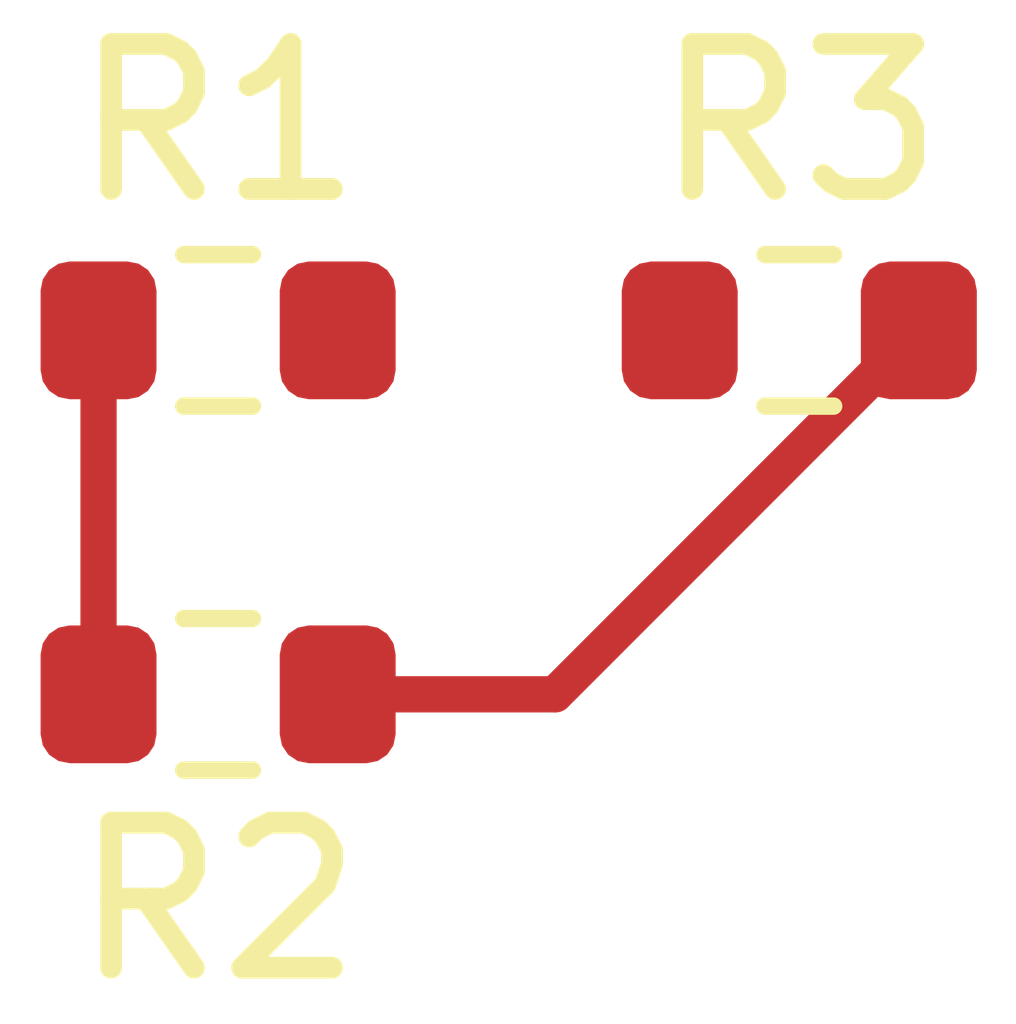
<source format=kicad_pcb>
(kicad_pcb (version 20211014) (generator pcbnew)
  (layers (0 "F.Cu" signal) (31 "B.Cu" signal) (34 "B.Paste" user) (35 "F.Paste" user) (36 "B.SilkS" user "B.Silkscreen") (37 "F.SilkS" user "F.Silkscreen") (38 "B.Mask" user) (39 "F.Mask" user) (44 "Edge.Cuts" user))
  (net 0 "")
  (net 1 "Net-(R1-Pad1)")
  (net 2 "+5V")
  (net 3 "Net-(R2-Pad1)")
  (net 4 "GND")
  (footprint "Resistor_SMD:R_0603_1608Metric" (layer "F.Cu") (at 124.3584 59.9948)
    (fp_text reference "R1" (at 0 -1.43) (layer "F.SilkS"))
    (fp_text value "R")
    (fp_line (start -0.237258 0.5225) (end 0.237258 0.5225) (layer "F.SilkS") (width 0.12))
    (fp_line (start -0.237258 -0.5225) (end 0.237258 -0.5225) (layer "F.SilkS") (width 0.12))
    (pad "1" smd roundrect (at -0.825 0) (size 0.8 0.95) (layers "F.Cu" "F.Paste" "F.Mask") (net 1 "Net-(R1-Pad1)"))
    (pad "2" smd roundrect (at 0.825 0) (size 0.8 0.95) (layers "F.Cu" "F.Paste" "F.Mask") (net 2 "+5V"))
  )
  (footprint "Resistor_SMD:R_0603_1608Metric" (layer "F.Cu") (at 128.3684 59.9948)
    (fp_text reference "R3" (at 0 -1.43) (layer "F.SilkS"))
    (fp_text value "R")
    (fp_line (start -0.237258 0.5225) (end 0.237258 0.5225) (layer "F.SilkS") (width 0.12))
    (fp_line (start -0.237258 -0.5225) (end 0.237258 -0.5225) (layer "F.SilkS") (width 0.12))
    (pad "1" smd roundrect (at -0.825 0) (size 0.8 0.95) (layers "F.Cu" "F.Paste" "F.Mask") (net 4 "GND"))
    (pad "2" smd roundrect (at 0.825 0) (size 0.8 0.95) (layers "F.Cu" "F.Paste" "F.Mask") (net 3 "Net-(R2-Pad1)"))
  )
  (footprint "Resistor_SMD:R_0603_1608Metric" (layer "F.Cu") (at 124.3584 62.5048 180)
    (fp_text reference "R2" (at 0 -1.43) (layer "F.SilkS"))
    (fp_text value "R")
    (fp_line (start -0.237258 -0.5225) (end 0.237258 -0.5225) (layer "F.SilkS") (width 0.12))
    (fp_line (start -0.237258 0.5225) (end 0.237258 0.5225) (layer "F.SilkS") (width 0.12))
    (pad "1" smd roundrect (at -0.825 0 180) (size 0.8 0.95) (layers "F.Cu" "F.Paste" "F.Mask") (net 3 "Net-(R2-Pad1)"))
    (pad "2" smd roundrect (at 0.825 0 180) (size 0.8 0.95) (layers "F.Cu" "F.Paste" "F.Mask") (net 1 "Net-(R1-Pad1)"))
  )
  (segment (start 123.5334 59.9948) (end 123.5334 62.5048) (width 0.25) (layer "F.Cu") (net 1))
  (segment (start 125.1834 62.5048) (end 126.6834 62.5048) (width 0.25) (layer "F.Cu") (net 3))
  (segment (start 126.6834 62.5048) (end 129.1934 59.9948) (width 0.25) (layer "F.Cu") (net 3))
)
</source>
